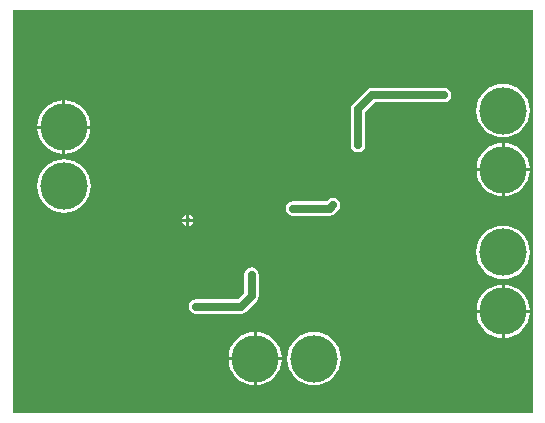
<source format=gbl>
G04 Layer_Physical_Order=2*
G04 Layer_Color=16711680*
%FSLAX44Y44*%
%MOMM*%
G71*
G01*
G75*
%ADD25C,0.7000*%
%ADD28C,4.0000*%
%ADD29C,0.4500*%
G36*
X745000Y354000D02*
X305000D01*
Y695000D01*
X745000D01*
Y354000D01*
D02*
G37*
%LPC*%
G36*
X721270Y462524D02*
Y441270D01*
X742524D01*
X742214Y444419D01*
X740925Y448667D01*
X738832Y452583D01*
X736015Y456015D01*
X732583Y458832D01*
X728667Y460925D01*
X724419Y462214D01*
X721270Y462524D01*
D02*
G37*
G36*
X718730D02*
X715581Y462214D01*
X711333Y460925D01*
X707417Y458832D01*
X703985Y456015D01*
X701168Y452583D01*
X699075Y448667D01*
X697786Y444419D01*
X697476Y441270D01*
X718730D01*
Y462524D01*
D02*
G37*
G36*
X507000Y477158D02*
X504643Y476689D01*
X502645Y475355D01*
X501311Y473357D01*
X500842Y471000D01*
Y455551D01*
X495449Y450158D01*
X460000D01*
X457643Y449690D01*
X455645Y448355D01*
X454310Y446357D01*
X453842Y444000D01*
X454310Y441643D01*
X455645Y439645D01*
X457643Y438311D01*
X460000Y437842D01*
X498000D01*
X500357Y438311D01*
X502355Y439645D01*
X511355Y448645D01*
X512690Y450643D01*
X513158Y453000D01*
Y471000D01*
X512690Y473357D01*
X511355Y475355D01*
X509357Y476689D01*
X507000Y477158D01*
D02*
G37*
G36*
X457631Y515730D02*
X454270D01*
Y512369D01*
X454869Y512488D01*
X456453Y513547D01*
X457512Y515131D01*
X457631Y515730D01*
D02*
G37*
G36*
X451730D02*
X448369D01*
X448488Y515131D01*
X449547Y513547D01*
X451131Y512488D01*
X451730Y512369D01*
Y515730D01*
D02*
G37*
G36*
X720000Y512649D02*
X715581Y512214D01*
X711333Y510925D01*
X707417Y508832D01*
X703985Y506015D01*
X701168Y502583D01*
X699075Y498667D01*
X697786Y494419D01*
X697351Y490000D01*
X697786Y485581D01*
X699075Y481333D01*
X701168Y477417D01*
X703985Y473985D01*
X707417Y471168D01*
X711333Y469075D01*
X715581Y467786D01*
X720000Y467351D01*
X724419Y467786D01*
X728667Y469075D01*
X732583Y471168D01*
X736015Y473985D01*
X738832Y477417D01*
X740925Y481333D01*
X742214Y485581D01*
X742649Y490000D01*
X742214Y494419D01*
X740925Y498667D01*
X738832Y502583D01*
X736015Y506015D01*
X732583Y508832D01*
X728667Y510925D01*
X724419Y512214D01*
X720000Y512649D01*
D02*
G37*
G36*
X742524Y438730D02*
X721270D01*
Y417476D01*
X724419Y417786D01*
X728667Y419075D01*
X732583Y421168D01*
X736015Y423985D01*
X738832Y427417D01*
X740925Y431333D01*
X742214Y435581D01*
X742524Y438730D01*
D02*
G37*
G36*
X532524Y398730D02*
X511270D01*
Y377476D01*
X514419Y377786D01*
X518667Y379075D01*
X522583Y381168D01*
X526015Y383985D01*
X528832Y387417D01*
X530925Y391333D01*
X532214Y395581D01*
X532524Y398730D01*
D02*
G37*
G36*
X508730D02*
X487476D01*
X487786Y395581D01*
X489075Y391333D01*
X491168Y387417D01*
X493985Y383985D01*
X497417Y381168D01*
X501333Y379075D01*
X505581Y377786D01*
X508730Y377476D01*
Y398730D01*
D02*
G37*
G36*
X560000Y422649D02*
X555581Y422214D01*
X551333Y420925D01*
X547417Y418832D01*
X543985Y416015D01*
X541168Y412583D01*
X539075Y408667D01*
X537786Y404419D01*
X537351Y400000D01*
X537786Y395581D01*
X539075Y391333D01*
X541168Y387417D01*
X543985Y383985D01*
X547417Y381168D01*
X551333Y379075D01*
X555581Y377786D01*
X560000Y377351D01*
X564419Y377786D01*
X568667Y379075D01*
X572583Y381168D01*
X576015Y383985D01*
X578832Y387417D01*
X580925Y391333D01*
X582214Y395581D01*
X582649Y400000D01*
X582214Y404419D01*
X580925Y408667D01*
X578832Y412583D01*
X576015Y416015D01*
X572583Y418832D01*
X568667Y420925D01*
X564419Y422214D01*
X560000Y422649D01*
D02*
G37*
G36*
X718730Y438730D02*
X697476D01*
X697786Y435581D01*
X699075Y431333D01*
X701168Y427417D01*
X703985Y423985D01*
X707417Y421168D01*
X711333Y419075D01*
X715581Y417786D01*
X718730Y417476D01*
Y438730D01*
D02*
G37*
G36*
X511270Y422524D02*
Y401270D01*
X532524D01*
X532214Y404419D01*
X530925Y408667D01*
X528832Y412583D01*
X526015Y416015D01*
X522583Y418832D01*
X518667Y420925D01*
X514419Y422214D01*
X511270Y422524D01*
D02*
G37*
G36*
X508730D02*
X505581Y422214D01*
X501333Y420925D01*
X497417Y418832D01*
X493985Y416015D01*
X491168Y412583D01*
X489075Y408667D01*
X487786Y404419D01*
X487476Y401270D01*
X508730D01*
Y422524D01*
D02*
G37*
G36*
X370524Y594730D02*
X349270D01*
Y573476D01*
X352419Y573786D01*
X356667Y575075D01*
X360583Y577168D01*
X364015Y579985D01*
X366832Y583417D01*
X368925Y587333D01*
X370214Y591581D01*
X370524Y594730D01*
D02*
G37*
G36*
X346730D02*
X325476D01*
X325786Y591581D01*
X327075Y587333D01*
X329168Y583417D01*
X331985Y579985D01*
X335417Y577168D01*
X339333Y575075D01*
X343581Y573786D01*
X346730Y573476D01*
Y594730D01*
D02*
G37*
G36*
X721270Y582524D02*
Y561270D01*
X742524D01*
X742214Y564419D01*
X740925Y568667D01*
X738832Y572583D01*
X736015Y576015D01*
X732583Y578832D01*
X728667Y580925D01*
X724419Y582214D01*
X721270Y582524D01*
D02*
G37*
G36*
X670000Y629158D02*
X609000D01*
X606643Y628689D01*
X604645Y627355D01*
X592645Y615355D01*
X591311Y613357D01*
X590842Y611000D01*
Y581000D01*
X591311Y578643D01*
X592645Y576645D01*
X594643Y575310D01*
X597000Y574842D01*
X599357Y575310D01*
X601355Y576645D01*
X602690Y578643D01*
X603158Y581000D01*
Y608449D01*
X611551Y616842D01*
X670000D01*
X672357Y617310D01*
X674355Y618645D01*
X675689Y620643D01*
X676158Y623000D01*
X675689Y625357D01*
X674355Y627355D01*
X672357Y628689D01*
X670000Y629158D01*
D02*
G37*
G36*
X349270Y618524D02*
Y597270D01*
X370524D01*
X370214Y600419D01*
X368925Y604667D01*
X366832Y608583D01*
X364015Y612015D01*
X360583Y614832D01*
X356667Y616925D01*
X352419Y618214D01*
X349270Y618524D01*
D02*
G37*
G36*
X346730D02*
X343581Y618214D01*
X339333Y616925D01*
X335417Y614832D01*
X331985Y612015D01*
X329168Y608583D01*
X327075Y604667D01*
X325786Y600419D01*
X325476Y597270D01*
X346730D01*
Y618524D01*
D02*
G37*
G36*
X720000Y632649D02*
X715581Y632214D01*
X711333Y630925D01*
X707417Y628832D01*
X703985Y626015D01*
X701168Y622583D01*
X699075Y618667D01*
X697786Y614419D01*
X697351Y610000D01*
X697786Y605581D01*
X699075Y601333D01*
X701168Y597417D01*
X703985Y593985D01*
X707417Y591168D01*
X711333Y589075D01*
X715581Y587786D01*
X720000Y587351D01*
X724419Y587786D01*
X728667Y589075D01*
X732583Y591168D01*
X736015Y593985D01*
X738832Y597417D01*
X740925Y601333D01*
X742214Y605581D01*
X742649Y610000D01*
X742214Y614419D01*
X740925Y618667D01*
X738832Y622583D01*
X736015Y626015D01*
X732583Y628832D01*
X728667Y630925D01*
X724419Y632214D01*
X720000Y632649D01*
D02*
G37*
G36*
X576000Y536158D02*
X573643Y535690D01*
X571645Y534355D01*
X570449Y533158D01*
X542000D01*
X539643Y532690D01*
X537645Y531355D01*
X536310Y529357D01*
X535842Y527000D01*
X536310Y524643D01*
X537645Y522645D01*
X539643Y521310D01*
X542000Y520842D01*
X573000D01*
X575357Y521310D01*
X577355Y522645D01*
X580355Y525645D01*
X581689Y527643D01*
X582158Y530000D01*
X581689Y532357D01*
X580355Y534355D01*
X578357Y535690D01*
X576000Y536158D01*
D02*
G37*
G36*
X454270Y521631D02*
Y518270D01*
X457631D01*
X457512Y518869D01*
X456453Y520453D01*
X454869Y521512D01*
X454270Y521631D01*
D02*
G37*
G36*
X451730D02*
X451131Y521512D01*
X449547Y520453D01*
X448488Y518869D01*
X448369Y518270D01*
X451730D01*
Y521631D01*
D02*
G37*
G36*
X348000Y568649D02*
X343581Y568214D01*
X339333Y566925D01*
X335417Y564832D01*
X331985Y562015D01*
X329168Y558583D01*
X327075Y554667D01*
X325786Y550419D01*
X325351Y546000D01*
X325786Y541581D01*
X327075Y537333D01*
X329168Y533417D01*
X331985Y529985D01*
X335417Y527168D01*
X339333Y525075D01*
X343581Y523786D01*
X348000Y523351D01*
X352419Y523786D01*
X356667Y525075D01*
X360583Y527168D01*
X364015Y529985D01*
X366832Y533417D01*
X368925Y537333D01*
X370214Y541581D01*
X370649Y546000D01*
X370214Y550419D01*
X368925Y554667D01*
X366832Y558583D01*
X364015Y562015D01*
X360583Y564832D01*
X356667Y566925D01*
X352419Y568214D01*
X348000Y568649D01*
D02*
G37*
G36*
X718730Y582524D02*
X715581Y582214D01*
X711333Y580925D01*
X707417Y578832D01*
X703985Y576015D01*
X701168Y572583D01*
X699075Y568667D01*
X697786Y564419D01*
X697476Y561270D01*
X718730D01*
Y582524D01*
D02*
G37*
G36*
X742524Y558730D02*
X721270D01*
Y537476D01*
X724419Y537786D01*
X728667Y539075D01*
X732583Y541168D01*
X736015Y543985D01*
X738832Y547417D01*
X740925Y551333D01*
X742214Y555581D01*
X742524Y558730D01*
D02*
G37*
G36*
X718730D02*
X697476D01*
X697786Y555581D01*
X699075Y551333D01*
X701168Y547417D01*
X703985Y543985D01*
X707417Y541168D01*
X711333Y539075D01*
X715581Y537786D01*
X718730Y537476D01*
Y558730D01*
D02*
G37*
%LPD*%
D25*
X609000Y623000D02*
X670000D01*
X597000Y611000D02*
X609000Y623000D01*
X597000Y581000D02*
Y611000D01*
X573000Y527000D02*
X576000Y530000D01*
X542000Y527000D02*
X573000D01*
X507000Y453000D02*
Y471000D01*
X498000Y444000D02*
X507000Y453000D01*
X460000Y444000D02*
X498000D01*
D28*
X348000Y596000D02*
D03*
X510000Y400000D02*
D03*
X720000Y440000D02*
D03*
Y490000D02*
D03*
X348000Y546000D02*
D03*
X560000Y400000D02*
D03*
X720000Y560000D02*
D03*
Y610000D02*
D03*
D29*
X670000Y623000D02*
D03*
X597000Y581000D02*
D03*
X576000Y530000D02*
D03*
X542000Y527000D02*
D03*
X460000Y444000D02*
D03*
X507000Y471000D02*
D03*
X453000Y517000D02*
D03*
X498000Y594000D02*
D03*
X510000D02*
D03*
X522000D02*
D03*
X535000D02*
D03*
Y605000D02*
D03*
X522000D02*
D03*
X510000D02*
D03*
X498000D02*
D03*
Y617000D02*
D03*
X510000D02*
D03*
X522000D02*
D03*
X535000D02*
D03*
Y629000D02*
D03*
X522000D02*
D03*
X510000D02*
D03*
X498000D02*
D03*
Y641000D02*
D03*
Y653000D02*
D03*
X510000D02*
D03*
Y641000D02*
D03*
X522000D02*
D03*
Y653000D02*
D03*
X535000D02*
D03*
Y641000D02*
D03*
M02*

</source>
